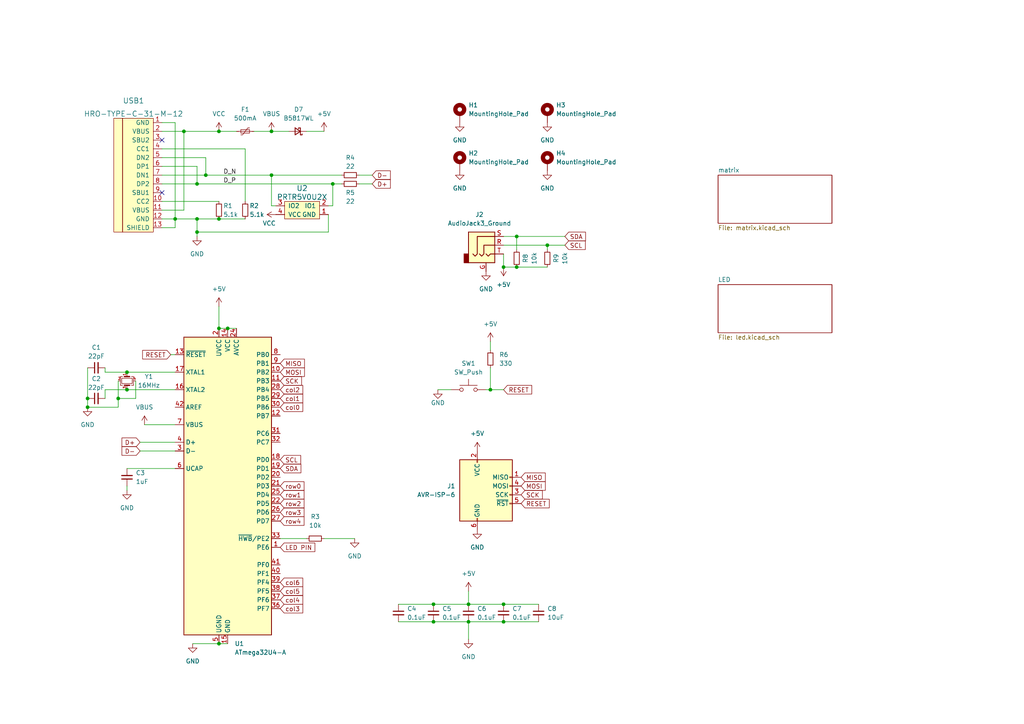
<source format=kicad_sch>
(kicad_sch (version 20211123) (generator eeschema)
  (paper "A4")
  (lib_symbols
    (symbol "Connector:AVR-ISP-6" (pin_names (offset 1.016))
      (property "Reference" "J" (at -6.35 11.43 0))
      (property "Value" "AVR-ISP-6" (at 0 11.43 0))
      (symbol "AVR-ISP-6_0_1"
        (rectangle (start -2.667 -6.858) (end -2.413 -7.62))
        (rectangle (start -2.667 10.16) (end -2.413 9.398))
        (rectangle (start 7.62 -2.413) (end 6.858 -2.667))
        (rectangle (start 7.62 0.127) (end 6.858 -0.127))
        (rectangle (start 7.62 2.667) (end 6.858 2.413))
        (rectangle (start 7.62 5.207) (end 6.858 4.953))
        (rectangle (start 7.62 10.16) (end -7.62 -7.62) (stroke (width 0.254)) (fill (type background)))
      )
      (symbol "AVR-ISP-6_1_1"
        (pin passive line (at 10.16 5.08 180) (length 2.54) (name "MISO") (number "1"))
        (pin passive line (at -2.54 12.7 270) (length 2.54) (name "VCC") (number "2"))
        (pin passive line (at 10.16 0 180) (length 2.54) (name "SCK") (number "3"))
        (pin passive line (at 10.16 2.54 180) (length 2.54) (name "MOSI") (number "4"))
        (pin passive line (at 10.16 -2.54 180) (length 2.54) (name "~{RST}") (number "5"))
        (pin passive line (at -2.54 -10.16 90) (length 2.54) (name "GND") (number "6"))
      )
    )
    (symbol "Connector:AudioJack3_Ground"
      (property "Reference" "J" (at 0 8.89 0))
      (property "Value" "AudioJack3_Ground" (at 0 6.35 0))
      (symbol "AudioJack3_Ground_0_1"
        (rectangle (start -5.08 -2.54) (end -6.35 -5.08) (stroke (width 0.254)) (fill (type outline)))
        (polyline (pts (xy 0 -2.54) (xy 0.635 -3.175) (xy 1.27 -2.54) (xy 2.54 -2.54)) (stroke (width 0.254)))
        (polyline (pts (xy -1.905 -2.54) (xy -1.27 -3.175) (xy -0.635 -2.54) (xy -0.635 0) (xy 2.54 0)) (stroke (width 0.254)))
        (polyline (pts (xy 2.54 2.54) (xy -2.54 2.54) (xy -2.54 -2.54) (xy -3.175 -3.175) (xy -3.81 -2.54)) (stroke (width 0.254)))
        (rectangle (start 2.54 3.81) (end -5.08 -5.08) (stroke (width 0.254)) (fill (type background)))
      )
      (symbol "AudioJack3_Ground_1_1"
        (pin passive line (at 0 -7.62 90) (length 2.54) (name "~") (number "G"))
        (pin passive line (at 5.08 0 180) (length 2.54) (name "~") (number "R"))
        (pin passive line (at 5.08 2.54 180) (length 2.54) (name "~") (number "S"))
        (pin passive line (at 5.08 -2.54 180) (length 2.54) (name "~") (number "T"))
      )
    )
    (symbol "Device:C_Small" (pin_numbers hide) (pin_names (offset 0.254) hide)
      (property "Reference" "C" (at 0.254 1.778 0))
      (property "Value" "C_Small" (at 0.254 -2.032 0))
      (symbol "C_Small_0_1"
        (polyline (pts (xy -1.524 -0.508) (xy 1.524 -0.508)) (stroke (width 0.3302)))
        (polyline (pts (xy -1.524 0.508) (xy 1.524 0.508)) (stroke (width 0.3048)))
      )
      (symbol "C_Small_1_1"
        (pin passive line (at 0 2.54 270) (length 2.032) (name "~") (number "1"))
        (pin passive line (at 0 -2.54 90) (length 2.032) (name "~") (number "2"))
      )
    )
    (symbol "Device:Crystal_GND24_Small" (pin_names (offset 1.016) hide)
      (property "Reference" "Y" (at 1.27 4.445 0))
      (property "Value" "Crystal_GND24_Small" (at 1.27 2.54 0))
      (symbol "Crystal_GND24_Small_0_1"
        (rectangle (start -0.762 -1.524) (end 0.762 1.524))
        (polyline (pts (xy -1.27 -0.762) (xy -1.27 0.762)) (stroke (width 0.381)))
        (polyline (pts (xy 1.27 -0.762) (xy 1.27 0.762)) (stroke (width 0.381)))
        (polyline (pts (xy -1.27 -1.27) (xy -1.27 -1.905) (xy 1.27 -1.905) (xy 1.27 -1.27)))
        (polyline (pts (xy -1.27 1.27) (xy -1.27 1.905) (xy 1.27 1.905) (xy 1.27 1.27)))
      )
      (symbol "Crystal_GND24_Small_1_1"
        (pin passive line (at -2.54 0 0) (length 1.27) (name "1") (number "1"))
        (pin passive line (at 0 -2.54 90) (length 0.635) (name "2") (number "2"))
        (pin passive line (at 2.54 0 180) (length 1.27) (name "3") (number "3"))
        (pin passive line (at 0 2.54 270) (length 0.635) (name "4") (number "4"))
      )
    )
    (symbol "Device:D_Schottky_Small" (pin_numbers hide) (pin_names (offset 0.254) hide)
      (property "Reference" "D" (at -1.27 2.032 0))
      (property "Value" "D_Schottky_Small" (at -7.112 -2.032 0))
      (symbol "D_Schottky_Small_0_1"
        (polyline (pts (xy -0.762 0) (xy 0.762 0)))
        (polyline (pts (xy 0.762 -1.016) (xy -0.762 0) (xy 0.762 1.016) (xy 0.762 -1.016)) (stroke (width 0.254)))
        (polyline (pts (xy -1.27 0.762) (xy -1.27 1.016) (xy -0.762 1.016) (xy -0.762 -1.016) (xy -0.254 -1.016) (xy -0.254 -0.762)) (stroke (width 0.254)))
      )
      (symbol "D_Schottky_Small_1_1"
        (pin passive line (at -2.54 0 0) (length 1.778) (name "K") (number "1"))
        (pin passive line (at 2.54 0 180) (length 1.778) (name "A") (number "2"))
      )
    )
    (symbol "Device:Polyfuse_Small" (pin_numbers hide) (pin_names (offset 0))
      (property "Reference" "F" (at -1.905 0 90))
      (property "Value" "Polyfuse_Small" (at 1.905 0 90))
      (symbol "Polyfuse_Small_0_1"
        (rectangle (start -0.508 1.27) (end 0.508 -1.27))
        (polyline (pts (xy 0 2.54) (xy 0 -2.54)))
        (polyline (pts (xy -1.016 1.27) (xy -1.016 0.762) (xy 1.016 -0.762) (xy 1.016 -1.27)))
      )
      (symbol "Polyfuse_Small_1_1"
        (pin passive line (at 0 2.54 270) (length 0.635) (name "~") (number "1"))
        (pin passive line (at 0 -2.54 90) (length 0.635) (name "~") (number "2"))
      )
    )
    (symbol "Device:R_Small" (pin_numbers hide) (pin_names (offset 0.254) hide)
      (property "Reference" "R" (at 0.762 0.508 0))
      (property "Value" "R_Small" (at 0.762 -1.016 0))
      (symbol "R_Small_0_1"
        (rectangle (start -0.762 1.778) (end 0.762 -1.778) (stroke (width 0.2032)))
      )
      (symbol "R_Small_1_1"
        (pin passive line (at 0 2.54 270) (length 0.762) (name "~") (number "1"))
        (pin passive line (at 0 -2.54 90) (length 0.762) (name "~") (number "2"))
      )
    )
    (symbol "MCU_Microchip_ATmega:ATmega32U4-A"
      (property "Reference" "U" (at -12.7 44.45 0))
      (property "Value" "ATmega32U4-A" (at 2.54 -44.45 0))
      (symbol "ATmega32U4-A_0_1"
        (rectangle (start -12.7 -43.18) (end 12.7 43.18) (stroke (width 0.254)) (fill (type background)))
      )
      (symbol "ATmega32U4-A_1_1"
        (pin bidirectional line (at 15.24 -17.78 180) (length 2.54) (name "PE6") (number "1"))
        (pin bidirectional line (at 15.24 33.02 180) (length 2.54) (name "PB2") (number "10"))
        (pin bidirectional line (at 15.24 30.48 180) (length 2.54) (name "PB3") (number "11"))
        (pin bidirectional line (at 15.24 20.32 180) (length 2.54) (name "PB7") (number "12"))
        (pin input line (at -15.24 38.1 0) (length 2.54) (name "~{RESET}") (number "13"))
        (pin power_in line (at 0 45.72 270) (length 2.54) (name "VCC") (number "14"))
        (pin power_in line (at 0 -45.72 90) (length 2.54) (name "GND") (number "15"))
        (pin output line (at -15.24 27.94 0) (length 2.54) (name "XTAL2") (number "16"))
        (pin input line (at -15.24 33.02 0) (length 2.54) (name "XTAL1") (number "17"))
        (pin bidirectional line (at 15.24 7.62 180) (length 2.54) (name "PD0") (number "18"))
        (pin bidirectional line (at 15.24 5.08 180) (length 2.54) (name "PD1") (number "19"))
        (pin power_in line (at -2.54 45.72 270) (length 2.54) (name "UVCC") (number "2"))
        (pin bidirectional line (at 15.24 2.54 180) (length 2.54) (name "PD2") (number "20"))
        (pin bidirectional line (at 15.24 0 180) (length 2.54) (name "PD3") (number "21"))
        (pin bidirectional line (at 15.24 -5.08 180) (length 2.54) (name "PD5") (number "22"))
        (pin passive line (at 0 -45.72 90) (length 2.54) hide (name "GND") (number "23"))
        (pin power_in line (at 2.54 45.72 270) (length 2.54) (name "AVCC") (number "24"))
        (pin bidirectional line (at 15.24 -2.54 180) (length 2.54) (name "PD4") (number "25"))
        (pin bidirectional line (at 15.24 -7.62 180) (length 2.54) (name "PD6") (number "26"))
        (pin bidirectional line (at 15.24 -10.16 180) (length 2.54) (name "PD7") (number "27"))
        (pin bidirectional line (at 15.24 27.94 180) (length 2.54) (name "PB4") (number "28"))
        (pin bidirectional line (at 15.24 25.4 180) (length 2.54) (name "PB5") (number "29"))
        (pin bidirectional line (at -15.24 10.16 0) (length 2.54) (name "D-") (number "3"))
        (pin bidirectional line (at 15.24 22.86 180) (length 2.54) (name "PB6") (number "30"))
        (pin bidirectional line (at 15.24 15.24 180) (length 2.54) (name "PC6") (number "31"))
        (pin bidirectional line (at 15.24 12.7 180) (length 2.54) (name "PC7") (number "32"))
        (pin bidirectional line (at 15.24 -15.24 180) (length 2.54) (name "~{HWB}/PE2") (number "33"))
        (pin passive line (at 0 45.72 270) (length 2.54) hide (name "VCC") (number "34"))
        (pin passive line (at 0 -45.72 90) (length 2.54) hide (name "GND") (number "35"))
        (pin bidirectional line (at 15.24 -35.56 180) (length 2.54) (name "PF7") (number "36"))
        (pin bidirectional line (at 15.24 -33.02 180) (length 2.54) (name "PF6") (number "37"))
        (pin bidirectional line (at 15.24 -30.48 180) (length 2.54) (name "PF5") (number "38"))
        (pin bidirectional line (at 15.24 -27.94 180) (length 2.54) (name "PF4") (number "39"))
        (pin bidirectional line (at -15.24 12.7 0) (length 2.54) (name "D+") (number "4"))
        (pin bidirectional line (at 15.24 -25.4 180) (length 2.54) (name "PF1") (number "40"))
        (pin bidirectional line (at 15.24 -22.86 180) (length 2.54) (name "PF0") (number "41"))
        (pin passive line (at -15.24 22.86 0) (length 2.54) (name "AREF") (number "42"))
        (pin passive line (at 0 -45.72 90) (length 2.54) hide (name "GND") (number "43"))
        (pin passive line (at 2.54 45.72 270) (length 2.54) hide (name "AVCC") (number "44"))
        (pin passive line (at -2.54 -45.72 90) (length 2.54) (name "UGND") (number "5"))
        (pin passive line (at -15.24 5.08 0) (length 2.54) (name "UCAP") (number "6"))
        (pin input line (at -15.24 17.78 0) (length 2.54) (name "VBUS") (number "7"))
        (pin bidirectional line (at 15.24 38.1 180) (length 2.54) (name "PB0") (number "8"))
        (pin bidirectional line (at 15.24 35.56 180) (length 2.54) (name "PB1") (number "9"))
      )
    )
    (symbol "Mechanical:MountingHole_Pad" (pin_numbers hide) (pin_names (offset 1.016) hide)
      (property "Reference" "H" (at 0 6.35 0))
      (property "Value" "MountingHole_Pad" (at 0 4.445 0))
      (symbol "MountingHole_Pad_0_1"
        (circle (center 0 1.27) (radius 1.27) (stroke (width 1.27)))
      )
      (symbol "MountingHole_Pad_1_1"
        (pin input line (at 0 -2.54 90) (length 2.54) (name "1") (number "1"))
      )
    )
    (symbol "Switch:SW_Push" (pin_numbers hide) (pin_names (offset 1.016) hide)
      (property "Reference" "SW" (at 1.27 2.54 0))
      (property "Value" "SW_Push" (at 0 -1.524 0))
      (symbol "SW_Push_0_1"
        (circle (center -2.032 0) (radius 0.508))
        (polyline (pts (xy 0 1.27) (xy 0 3.048)))
        (polyline (pts (xy 2.54 1.27) (xy -2.54 1.27)))
        (circle (center 2.032 0) (radius 0.508))
        (pin passive line (at -5.08 0 0) (length 2.54) (name "1") (number "1"))
        (pin passive line (at 5.08 0 180) (length 2.54) (name "2") (number "2"))
      )
    )
    (symbol "Type-C:HRO-TYPE-C-31-M-12" (pin_names (offset 1.016))
      (property "Reference" "USB" (at -5.08 16.51 0))
      (property "Value" "HRO-TYPE-C-31-M-12" (at -10.16 -1.27 90))
      (symbol "HRO-TYPE-C-31-M-12_0_1"
        (rectangle (start -11.43 15.24) (end -8.89 -17.78) (fill (type background)))
        (rectangle (start 0 -17.78) (end -8.89 15.24) (fill (type background)))
      )
      (symbol "HRO-TYPE-C-31-M-12_1_1"
        (pin input line (at 2.54 13.97 180) (length 2.54) (name "GND") (number "1"))
        (pin input line (at 2.54 -8.89 180) (length 2.54) (name "CC2") (number "10"))
        (pin input line (at 2.54 -11.43 180) (length 2.54) (name "VBUS") (number "11"))
        (pin input line (at 2.54 -13.97 180) (length 2.54) (name "GND") (number "12"))
        (pin input line (at 2.54 -16.51 180) (length 2.54) (name "SHIELD") (number "13"))
        (pin input line (at 2.54 11.43 180) (length 2.54) (name "VBUS") (number "2"))
        (pin input line (at 2.54 8.89 180) (length 2.54) (name "SBU2") (number "3"))
        (pin input line (at 2.54 6.35 180) (length 2.54) (name "CC1") (number "4"))
        (pin input line (at 2.54 3.81 180) (length 2.54) (name "DN2") (number "5"))
        (pin input line (at 2.54 1.27 180) (length 2.54) (name "DP1") (number "6"))
        (pin input line (at 2.54 -1.27 180) (length 2.54) (name "DN1") (number "7"))
        (pin input line (at 2.54 -3.81 180) (length 2.54) (name "DP2") (number "8"))
        (pin input line (at 2.54 -6.35 180) (length 2.54) (name "SBU1") (number "9"))
      )
    )
    (symbol "power:+5V" (power) (pin_names (offset 0))
      (property "Value" "+5V" (at 0 3.556 0))
      (symbol "+5V_0_1"
        (polyline (pts (xy -0.762 1.27) (xy 0 2.54)))
        (polyline (pts (xy 0 0) (xy 0 2.54)))
        (polyline (pts (xy 0 2.54) (xy 0.762 1.27)))
      )
      (symbol "+5V_1_1"
        (pin power_in line (at 0 0 90) (length 0) hide (name "+5V") (number "1"))
      )
    )
    (symbol "power:GND" (power) (pin_names (offset 0))
      (property "Value" "GND" (at 0 -3.81 0))
      (symbol "GND_0_1"
        (polyline (pts (xy 0 0) (xy 0 -1.27) (xy 1.27 -1.27) (xy 0 -2.54) (xy -1.27 -1.27) (xy 0 -1.27)))
      )
      (symbol "GND_1_1"
        (pin power_in line (at 0 0 270) (length 0) hide (name "GND") (number "1"))
      )
    )
    (symbol "power:VBUS" (power) (pin_names (offset 0))
      (property "Value" "VBUS" (at 0 3.81 0))
      (symbol "VBUS_0_1"
        (polyline (pts (xy -0.762 1.27) (xy 0 2.54)))
        (polyline (pts (xy 0 0) (xy 0 2.54)))
        (polyline (pts (xy 0 2.54) (xy 0.762 1.27)))
      )
      (symbol "VBUS_1_1"
        (pin power_in line (at 0 0 90) (length 0) hide (name "VBUS") (number "1"))
      )
    )
    (symbol "power:VCC" (power) (pin_names (offset 0))
      (property "Value" "VCC" (at 0 3.81 0))
      (symbol "VCC_0_1"
        (polyline (pts (xy -0.762 1.27) (xy 0 2.54)))
        (polyline (pts (xy 0 0) (xy 0 2.54)))
        (polyline (pts (xy 0 2.54) (xy 0.762 1.27)))
      )
      (symbol "VCC_1_1"
        (pin power_in line (at 0 0 90) (length 0) hide (name "VCC") (number "1"))
      )
    )
    (symbol "random-keyboard-parts:PRTR5V0U2X" (pin_names (offset 1.016))
      (property "Reference" "U" (at 0 3.81 0))
      (property "Value" "PRTR5V0U2X" (at 0 -3.81 0))
      (symbol "PRTR5V0U2X_0_1"
        (rectangle (start -5.08 2.54) (end 5.08 -2.54) (fill (type background)))
      )
      (symbol "PRTR5V0U2X_1_1"
        (pin input line (at -7.62 1.27 0) (length 2.54) (name "GND") (number "1"))
        (pin input line (at -7.62 -1.27 0) (length 2.54) (name "IO1") (number "2"))
        (pin input line (at 7.62 -1.27 180) (length 2.54) (name "IO2") (number "3"))
        (pin input line (at 7.62 1.27 180) (length 2.54) (name "VCC") (number "4"))
      )
    )
  )
  (junction (at 146.05 180.34))
  (junction (at 96.52 53.34))
  (junction (at 50.8 63.5))
  (junction (at 34.29 115.57))
  (junction (at 53.34 38.1))
  (junction (at 36.83 113.03))
  (junction (at 59.69 50.8))
  (junction (at 146.05 77.47))
  (junction (at 142.24 113.03))
  (junction (at 36.83 107.95))
  (junction (at 63.5 63.5))
  (junction (at 57.15 53.34))
  (junction (at 135.89 180.34))
  (junction (at 146.05 175.26))
  (junction (at 57.15 67.31))
  (junction (at 125.73 175.26))
  (junction (at 78.74 38.1))
  (junction (at 78.74 50.8))
  (junction (at 66.04 95.25))
  (junction (at 25.4 115.57))
  (junction (at 125.73 180.34))
  (junction (at 135.89 175.26))
  (junction (at 149.86 77.47))
  (junction (at 25.4 118.11))
  (junction (at 149.86 68.58))
  (junction (at 158.75 71.12))
  (junction (at 63.5 95.25))
  (junction (at 57.15 63.5))
  (junction (at 63.5 186.69))
  (junction (at 63.5 38.1))
  (no_connect (at 46.99 40.64))
  (no_connect (at 46.99 55.88))
  (wire (pts (xy 125.73 175.26) (xy 135.89 175.26)))
  (wire (pts (xy 46.99 63.5) (xy 50.8 63.5)))
  (wire (pts (xy 39.37 110.49) (xy 39.37 115.57)))
  (wire (pts (xy 46.99 48.26) (xy 57.15 48.26)))
  (wire (pts (xy 53.34 38.1) (xy 53.34 60.96)))
  (wire (pts (xy 78.74 50.8) (xy 99.06 50.8)))
  (wire (pts (xy 55.88 186.69) (xy 63.5 186.69)))
  (wire (pts (xy 36.83 113.03) (xy 50.8 113.03)))
  (wire (pts (xy 149.86 68.58) (xy 149.86 72.39)))
  (wire (pts (xy 46.99 35.56) (xy 50.8 35.56)))
  (wire (pts (xy 146.05 68.58) (xy 149.86 68.58)))
  (wire (pts (xy 50.8 63.5) (xy 57.15 63.5)))
  (wire (pts (xy 104.14 50.8) (xy 107.95 50.8)))
  (wire (pts (xy 93.98 156.21) (xy 102.87 156.21)))
  (wire (pts (xy 46.99 60.96) (xy 53.34 60.96)))
  (wire (pts (xy 46.99 53.34) (xy 57.15 53.34)))
  (wire (pts (xy 142.24 99.06) (xy 142.24 101.6)))
  (wire (pts (xy 142.24 113.03) (xy 146.05 113.03)))
  (wire (pts (xy 149.86 68.58) (xy 163.83 68.58)))
  (wire (pts (xy 63.5 38.1) (xy 68.58 38.1)))
  (wire (pts (xy 57.15 63.5) (xy 63.5 63.5)))
  (wire (pts (xy 125.73 180.34) (xy 135.89 180.34)))
  (wire (pts (xy 142.24 106.68) (xy 142.24 113.03)))
  (wire (pts (xy 88.9 38.1) (xy 93.98 38.1)))
  (wire (pts (xy 115.57 180.34) (xy 125.73 180.34)))
  (wire (pts (xy 57.15 48.26) (xy 57.15 53.34)))
  (wire (pts (xy 41.91 123.19) (xy 50.8 123.19)))
  (wire (pts (xy 57.15 53.34) (xy 96.52 53.34)))
  (wire (pts (xy 146.05 77.47) (xy 149.86 77.47)))
  (wire (pts (xy 59.69 50.8) (xy 78.74 50.8)))
  (wire (pts (xy 135.89 180.34) (xy 146.05 180.34)))
  (wire (pts (xy 53.34 38.1) (xy 63.5 38.1)))
  (wire (pts (xy 135.89 171.45) (xy 135.89 175.26)))
  (wire (pts (xy 57.15 68.58) (xy 57.15 67.31)))
  (wire (pts (xy 46.99 38.1) (xy 53.34 38.1)))
  (wire (pts (xy 40.64 130.81) (xy 50.8 130.81)))
  (wire (pts (xy 66.04 95.25) (xy 68.58 95.25)))
  (wire (pts (xy 63.5 63.5) (xy 71.12 63.5)))
  (wire (pts (xy 78.74 38.1) (xy 83.82 38.1)))
  (wire (pts (xy 104.14 53.34) (xy 107.95 53.34)))
  (wire (pts (xy 95.25 62.23) (xy 95.25 67.31)))
  (wire (pts (xy 25.4 115.57) (xy 25.4 118.11)))
  (wire (pts (xy 146.05 71.12) (xy 158.75 71.12)))
  (wire (pts (xy 49.53 102.87) (xy 50.8 102.87)))
  (wire (pts (xy 46.99 43.18) (xy 71.12 43.18)))
  (wire (pts (xy 46.99 66.04) (xy 50.8 66.04)))
  (wire (pts (xy 30.48 106.68) (xy 30.48 107.95)))
  (wire (pts (xy 40.64 128.27) (xy 50.8 128.27)))
  (wire (pts (xy 46.99 58.42) (xy 63.5 58.42)))
  (wire (pts (xy 146.05 175.26) (xy 156.21 175.26)))
  (wire (pts (xy 78.74 59.69) (xy 78.74 50.8)))
  (wire (pts (xy 135.89 180.34) (xy 135.89 185.42)))
  (wire (pts (xy 46.99 45.72) (xy 59.69 45.72)))
  (wire (pts (xy 146.05 73.66) (xy 146.05 77.47)))
  (wire (pts (xy 146.05 180.34) (xy 156.21 180.34)))
  (wire (pts (xy 149.86 77.47) (xy 158.75 77.47)))
  (wire (pts (xy 95.25 67.31) (xy 57.15 67.31)))
  (wire (pts (xy 39.37 115.57) (xy 34.29 115.57)))
  (wire (pts (xy 34.29 110.49) (xy 34.29 115.57)))
  (wire (pts (xy 73.66 38.1) (xy 78.74 38.1)))
  (wire (pts (xy 30.48 107.95) (xy 36.83 107.95)))
  (wire (pts (xy 71.12 43.18) (xy 71.12 58.42)))
  (wire (pts (xy 36.83 142.24) (xy 36.83 140.97)))
  (wire (pts (xy 63.5 186.69) (xy 66.04 186.69)))
  (wire (pts (xy 135.89 175.26) (xy 146.05 175.26)))
  (wire (pts (xy 46.99 50.8) (xy 59.69 50.8)))
  (wire (pts (xy 127 113.03) (xy 130.81 113.03)))
  (wire (pts (xy 36.83 113.03) (xy 30.48 113.03)))
  (wire (pts (xy 36.83 135.89) (xy 50.8 135.89)))
  (wire (pts (xy 63.5 95.25) (xy 66.04 95.25)))
  (wire (pts (xy 81.28 156.21) (xy 88.9 156.21)))
  (wire (pts (xy 50.8 35.56) (xy 50.8 63.5)))
  (wire (pts (xy 115.57 175.26) (xy 125.73 175.26)))
  (wire (pts (xy 59.69 45.72) (xy 59.69 50.8)))
  (wire (pts (xy 36.83 107.95) (xy 50.8 107.95)))
  (wire (pts (xy 95.25 59.69) (xy 96.52 59.69)))
  (wire (pts (xy 158.75 71.12) (xy 163.83 71.12)))
  (wire (pts (xy 25.4 106.68) (xy 25.4 115.57)))
  (wire (pts (xy 50.8 66.04) (xy 50.8 63.5)))
  (wire (pts (xy 140.97 113.03) (xy 142.24 113.03)))
  (wire (pts (xy 96.52 59.69) (xy 96.52 53.34)))
  (wire (pts (xy 34.29 118.11) (xy 25.4 118.11)))
  (wire (pts (xy 80.01 59.69) (xy 78.74 59.69)))
  (wire (pts (xy 30.48 113.03) (xy 30.48 115.57)))
  (wire (pts (xy 96.52 53.34) (xy 99.06 53.34)))
  (wire (pts (xy 158.75 71.12) (xy 158.75 72.39)))
  (wire (pts (xy 57.15 67.31) (xy 57.15 63.5)))
  (wire (pts (xy 63.5 88.9) (xy 63.5 95.25)))
  (wire (pts (xy 34.29 115.57) (xy 34.29 118.11)))
  (label "D_N" (at 64.77 50.8 0))
  (label "D_P" (at 64.77 53.34 0))
  (global_label "RESET" (shape input) (at 151.13 146.05 0) (property "Intersheet References" "${INTERSHEET_REFS}" (effects hide)))
  (global_label "MOSI" (shape input) (at 81.28 107.95 0) (property "Intersheet References" "${INTERSHEET_REFS}" (effects hide)))
  (global_label "MISO" (shape input) (at 81.28 105.41 0) (property "Intersheet References" "${INTERSHEET_REFS}" (effects hide)))
  (global_label "col4" (shape input) (at 81.28 173.99 0) (property "Intersheet References" "${INTERSHEET_REFS}" (effects hide)))
  (global_label "row2" (shape input) (at 81.28 146.05 0) (property "Intersheet References" "${INTERSHEET_REFS}" (effects hide)))
  (global_label "RESET" (shape input) (at 49.53 102.87 180) (property "Intersheet References" "${INTERSHEET_REFS}" (effects hide)))
  (global_label "col2" (shape input) (at 81.28 113.03 0) (property "Intersheet References" "${INTERSHEET_REFS}" (effects hide)))
  (global_label "D+" (shape input) (at 40.64 128.27 180) (property "Intersheet References" "${INTERSHEET_REFS}" (effects hide)))
  (global_label "col0" (shape input) (at 81.28 118.11 0) (property "Intersheet References" "${INTERSHEET_REFS}" (effects hide)))
  (global_label "MISO" (shape input) (at 151.13 138.43 0) (property "Intersheet References" "${INTERSHEET_REFS}" (effects hide)))
  (global_label "SCK" (shape input) (at 81.28 110.49 0) (property "Intersheet References" "${INTERSHEET_REFS}" (effects hide)))
  (global_label "D-" (shape input) (at 40.64 130.81 180) (property "Intersheet References" "${INTERSHEET_REFS}" (effects hide)))
  (global_label "D-" (shape input) (at 107.95 50.8 0) (property "Intersheet References" "${INTERSHEET_REFS}" (effects hide)))
  (global_label "RESET" (shape input) (at 146.05 113.03 0) (property "Intersheet References" "${INTERSHEET_REFS}" (effects hide)))
  (global_label "row3" (shape input) (at 81.28 148.59 0) (property "Intersheet References" "${INTERSHEET_REFS}" (effects hide)))
  (global_label "row4" (shape input) (at 81.28 151.13 0) (property "Intersheet References" "${INTERSHEET_REFS}" (effects hide)))
  (global_label "col5" (shape input) (at 81.28 171.45 0) (property "Intersheet References" "${INTERSHEET_REFS}" (effects hide)))
  (global_label "LED PIN" (shape input) (at 81.28 158.75 0) (property "Intersheet References" "${INTERSHEET_REFS}" (effects hide)))
  (global_label "MOSI" (shape input) (at 151.13 140.97 0) (property "Intersheet References" "${INTERSHEET_REFS}" (effects hide)))
  (global_label "SDA" (shape input) (at 163.83 68.58 0) (property "Intersheet References" "${INTERSHEET_REFS}" (effects hide)))
  (global_label "row1" (shape input) (at 81.28 143.51 0) (property "Intersheet References" "${INTERSHEET_REFS}" (effects hide)))
  (global_label "col6" (shape input) (at 81.28 168.91 0) (property "Intersheet References" "${INTERSHEET_REFS}" (effects hide)))
  (global_label "row0" (shape input) (at 81.28 140.97 0) (property "Intersheet References" "${INTERSHEET_REFS}" (effects hide)))
  (global_label "col3" (shape input) (at 81.28 176.53 0) (property "Intersheet References" "${INTERSHEET_REFS}" (effects hide)))
  (global_label "SCK" (shape input) (at 151.13 143.51 0) (property "Intersheet References" "${INTERSHEET_REFS}" (effects hide)))
  (global_label "D+" (shape input) (at 107.95 53.34 0) (property "Intersheet References" "${INTERSHEET_REFS}" (effects hide)))
  (global_label "SDA" (shape input) (at 81.28 135.89 0) (property "Intersheet References" "${INTERSHEET_REFS}" (effects hide)))
  (global_label "col1" (shape input) (at 81.28 115.57 0) (property "Intersheet References" "${INTERSHEET_REFS}" (effects hide)))
  (global_label "SCL" (shape input) (at 163.83 71.12 0) (property "Intersheet References" "${INTERSHEET_REFS}" (effects hide)))
  (global_label "SCL" (shape input) (at 81.28 133.35 0) (property "Intersheet References" "${INTERSHEET_REFS}" (effects hide)))
  (symbol (lib_id "power:GND") (at 127 113.03 0) (unit 1)
    (property "Reference" "#PWR0113" (effects hide))
    (property "Value" "GND" (at 127 116.84 0))
  )
  (symbol (lib_id "power:+5V") (at 135.89 171.45 0) (unit 1)
    (property "Reference" "#PWR0111" (effects hide))
    (property "Value" "+5V" (at 135.89 166.37 0))
  )
  (symbol (lib_id "power:GND") (at 133.35 35.56 0) (unit 1)
    (property "Reference" "#PWR071" (effects hide))
    (property "Value" "GND" (at 133.35 40.64 0))
  )
  (symbol (lib_id "Device:C_Small") (at 125.73 177.8 0) (unit 1)
    (property "Reference" "C5" (at 128.27 176.5362 0) (effects (justify left)))
    (property "Value" "0.1uF" (at 128.27 179.0762 0) (effects (justify left)))
    (property "Footprint" "Capacitor_SMD:C_0805_2012Metric_Pad1.18x1.45mm_HandSolder" (effects hide))
  )
  (symbol (lib_id "power:GND") (at 140.97 78.74 0) (unit 1)
    (property "Reference" "#PWR0117" (effects hide))
    (property "Value" "GND" (at 140.97 83.82 0))
  )
  (symbol (lib_id "power:VCC") (at 80.01 62.23 90) (unit 1)
    (property "Reference" "#PWR0106" (effects hide))
    (property "Value" "VCC" (at 80.01 64.77 90) (effects (justify left)))
  )
  (symbol (lib_id "power:VBUS") (at 78.74 38.1 0) (unit 1)
    (property "Reference" "#PWR?" (effects hide))
    (property "Value" "VBUS" (at 78.74 33.02 0))
  )
  (symbol (lib_id "Mechanical:MountingHole_Pad") (at 133.35 33.02 0) (unit 1)
    (property "Reference" "H1" (at 135.89 30.4799 0) (effects (justify left)))
    (property "Value" "MountingHole_Pad" (at 135.89 33.0199 0) (effects (justify left)))
    (property "Footprint" "random-keyboard-parts:Generic-Mounthole" (effects hide))
  )
  (symbol (lib_id "Type-C:HRO-TYPE-C-31-M-12") (at 44.45 49.53 0) (unit 1)
    (property "Reference" "USB1" (at 38.735 29.21 0) (effects (font (size 1.524 1.524))))
    (property "Value" "HRO-TYPE-C-31-M-12" (at 38.735 33.02 0) (effects (font (size 1.524 1.524))))
    (property "Footprint" "assets:HRO-TYPE-C-31-M-12-HandSoldering-Reversible" (effects hide))
  )
  (symbol (lib_id "Connector:AudioJack3_Ground") (at 140.97 71.12 0) (unit 1)
    (property "Reference" "J2" (at 139.065 62.23 0))
    (property "Value" "AudioJack3_Ground" (at 139.065 64.77 0))
    (property "Footprint" "assets:PJ-3200B-4A-Reversible-Mini" (effects hide))
  )
  (symbol (lib_id "power:+5V") (at 138.43 130.81 0) (unit 1)
    (property "Reference" "#PWR0114" (effects hide))
    (property "Value" "+5V" (at 138.43 125.73 0))
  )
  (symbol (lib_id "Device:R_Small") (at 101.6 50.8 90) (unit 1)
    (property "Reference" "R4" (at 101.6 45.72 90))
    (property "Value" "22" (at 101.6 48.26 90))
    (property "Footprint" "Resistor_SMD:R_0805_2012Metric_Pad1.20x1.40mm_HandSolder" (effects hide))
  )
  (symbol (lib_id "power:GND") (at 55.88 186.69 0) (unit 1)
    (property "Reference" "#PWR0102" (effects hide))
    (property "Value" "GND" (at 55.88 191.77 0))
  )
  (symbol (lib_id "power:VBUS") (at 41.91 123.19 0) (unit 1)
    (property "Reference" "#PWR?" (effects hide))
    (property "Value" "VBUS" (at 41.91 118.11 0))
  )
  (symbol (lib_id "MCU_Microchip_ATmega:ATmega32U4-A") (at 66.04 140.97 0) (unit 1)
    (property "Reference" "U1" (at 68.0594 186.69 0) (effects (justify left)))
    (property "Value" "ATmega32U4-A" (at 68.0594 189.23 0) (effects (justify left)))
    (property "Footprint" "Package_QFP:TQFP-44_10x10mm_P0.8mm" (effects hide))
    (property "Datasheet" "http://ww1.microchip.com/downloads/en/DeviceDoc/Atmel-7766-8-bit-AVR-ATmega16U4-32U4_Datasheet.pdf" (effects hide))
  )
  (symbol (lib_id "Device:C_Small") (at 27.94 115.57 90) (unit 1)
    (property "Reference" "C2" (at 27.933 109.8606 90))
    (property "Value" "22pF" (at 27.933 112.4006 90))
    (property "Footprint" "Capacitor_SMD:C_0805_2012Metric_Pad1.18x1.45mm_HandSolder" (effects hide))
  )
  (symbol (lib_id "power:VCC") (at 63.5 38.1 0) (unit 1)
    (property "Reference" "#PWR0105" (effects hide))
    (property "Value" "VCC" (at 63.5 33.02 0))
  )
  (symbol (lib_id "power:+5V") (at 146.05 77.47 180) (unit 1)
    (property "Reference" "#PWR0118" (effects hide))
    (property "Value" "+5V" (at 146.05 82.55 0))
  )
  (symbol (lib_id "power:GND") (at 102.87 156.21 0) (unit 1)
    (property "Reference" "#PWR0110" (effects hide))
    (property "Value" "GND" (at 102.87 161.29 0))
  )
  (symbol (lib_id "Device:C_Small") (at 135.89 177.8 0) (unit 1)
    (property "Reference" "C6" (at 138.43 176.5362 0) (effects (justify left)))
    (property "Value" "0.1uF" (at 138.43 179.0762 0) (effects (justify left)))
    (property "Footprint" "Capacitor_SMD:C_0805_2012Metric_Pad1.18x1.45mm_HandSolder" (effects hide))
  )
  (symbol (lib_id "power:GND") (at 133.35 49.53 0) (unit 1)
    (property "Reference" "#PWR072" (effects hide))
    (property "Value" "GND" (at 133.35 54.61 0))
  )
  (symbol (lib_id "Device:C_Small") (at 156.21 177.8 0) (unit 1)
    (property "Reference" "C8" (at 158.75 176.5362 0) (effects (justify left)))
    (property "Value" "10uF" (at 158.75 179.0762 0) (effects (justify left)))
    (property "Footprint" "Capacitor_SMD:C_0805_2012Metric_Pad1.18x1.45mm_HandSolder" (effects hide))
  )
  (symbol (lib_id "Mechanical:MountingHole_Pad") (at 158.75 46.99 0) (unit 1)
    (property "Reference" "H4" (at 161.29 44.4499 0) (effects (justify left)))
    (property "Value" "MountingHole_Pad" (at 161.29 46.9899 0) (effects (justify left)))
    (property "Footprint" "random-keyboard-parts:Generic-Mounthole" (effects hide))
  )
  (symbol (lib_id "Device:C_Small") (at 146.05 177.8 0) (unit 1)
    (property "Reference" "C7" (at 148.59 176.5362 0) (effects (justify left)))
    (property "Value" "0.1uF" (at 148.59 179.0762 0) (effects (justify left)))
    (property "Footprint" "Capacitor_SMD:C_0805_2012Metric_Pad1.18x1.45mm_HandSolder" (effects hide))
  )
  (symbol (lib_id "power:GND") (at 25.4 118.11 0) (unit 1)
    (property "Reference" "#PWR0101" (effects hide))
    (property "Value" "GND" (at 25.4 123.19 0))
  )
  (symbol (lib_id "power:GND") (at 138.43 153.67 0) (unit 1)
    (property "Reference" "#PWR0112" (effects hide))
    (property "Value" "GND" (at 138.43 158.75 0))
  )
  (symbol (lib_id "power:+5V") (at 63.5 88.9 0) (unit 1)
    (property "Reference" "#PWR0109" (effects hide))
    (property "Value" "+5V" (at 63.5 83.82 0))
  )
  (symbol (lib_id "power:GND") (at 158.75 49.53 0) (unit 1)
    (property "Reference" "#PWR0104" (effects hide))
    (property "Value" "GND" (at 158.75 54.61 0))
  )
  (symbol (lib_id "Device:R_Small") (at 142.24 104.14 0) (unit 1)
    (property "Reference" "R6" (at 144.78 102.8699 0) (effects (justify left)))
    (property "Value" "330" (at 144.78 105.4099 0) (effects (justify left)))
    (property "Footprint" "Resistor_SMD:R_0805_2012Metric_Pad1.20x1.40mm_HandSolder" (effects hide))
  )
  (symbol (lib_id "power:+5V") (at 93.98 38.1 0) (unit 1)
    (property "Reference" "#PWR0107" (effects hide))
    (property "Value" "+5V" (at 93.98 33.02 0))
  )
  (symbol (lib_id "Device:C_Small") (at 27.94 106.68 90) (unit 1)
    (property "Reference" "C1" (at 27.933 100.7753 90))
    (property "Value" "22pF" (at 27.933 103.3153 90))
    (property "Footprint" "Capacitor_SMD:C_0805_2012Metric_Pad1.18x1.45mm_HandSolder" (effects hide))
  )
  (symbol (lib_id "power:GND") (at 158.75 35.56 0) (unit 1)
    (property "Reference" "#PWR0119" (effects hide))
    (property "Value" "GND" (at 158.75 40.64 0))
  )
  (symbol (lib_id "Mechanical:MountingHole_Pad") (at 158.75 33.02 0) (unit 1)
    (property "Reference" "H3" (at 161.29 30.4799 0) (effects (justify left)))
    (property "Value" "MountingHole_Pad" (at 161.29 33.0199 0) (effects (justify left)))
    (property "Footprint" "random-keyboard-parts:Generic-Mounthole" (effects hide))
  )
  (symbol (lib_id "power:GND") (at 135.89 185.42 0) (unit 1)
    (property "Reference" "#PWR0116" (effects hide))
    (property "Value" "GND" (at 135.89 190.5 0))
  )
  (symbol (lib_id "Device:R_Small") (at 101.6 53.34 90) (unit 1)
    (property "Reference" "R5" (at 101.6 55.88 90))
    (property "Value" "22" (at 101.6 58.42 90))
    (property "Footprint" "Resistor_SMD:R_0805_2012Metric_Pad1.20x1.40mm_HandSolder" (effects hide))
  )
  (symbol (lib_id "Device:C_Small") (at 36.83 138.43 180) (unit 1)
    (property "Reference" "C3" (at 39.37 137.1535 0) (effects (justify right)))
    (property "Value" "1uF" (at 39.37 139.6935 0) (effects (justify right)))
    (property "Footprint" "Capacitor_SMD:C_0805_2012Metric_Pad1.18x1.45mm_HandSolder" (effects hide))
  )
  (symbol (lib_id "Device:C_Small") (at 115.57 177.8 0) (unit 1)
    (property "Reference" "C4" (at 118.11 176.5362 0) (effects (justify left)))
    (property "Value" "0.1uF" (at 118.11 179.0762 0) (effects (justify left)))
    (property "Footprint" "Capacitor_SMD:C_0805_2012Metric_Pad1.18x1.45mm_HandSolder" (effects hide))
  )
  (symbol (lib_id "power:GND") (at 36.83 142.24 0) (unit 1)
    (property "Reference" "#PWR0103" (effects hide))
    (property "Value" "GND" (at 36.83 147.32 0))
  )
  (symbol (lib_id "Device:Polyfuse_Small") (at 71.12 38.1 90) (unit 1)
    (property "Reference" "F1" (at 71.12 31.75 90))
    (property "Value" "500mA" (at 71.12 34.29 90))
    (property "Footprint" "Fuse:Fuse_1206_3216Metric_Pad1.42x1.75mm_HandSolder" (effects hide))
  )
  (symbol (lib_id "Device:R_Small") (at 149.86 74.93 0) (unit 1)
    (property "Reference" "R8" (at 152.4 74.93 90))
    (property "Value" "10k" (at 154.94 74.93 90))
    (property "Footprint" "Resistor_SMD:R_0805_2012Metric_Pad1.20x1.40mm_HandSolder" (effects hide))
  )
  (symbol (lib_id "power:GND") (at 57.15 68.58 0) (unit 1)
    (property "Reference" "#PWR0108" (effects hide))
    (property "Value" "GND" (at 57.15 73.66 0))
  )
  (symbol (lib_id "Device:R_Small") (at 63.5 60.96 0) (unit 1)
    (property "Reference" "R1" (at 64.77 59.69 0) (effects (justify left)))
    (property "Value" "5.1k" (at 64.77 62.23 0) (effects (justify left)))
    (property "Footprint" "Resistor_SMD:R_0805_2012Metric_Pad1.20x1.40mm_HandSolder" (effects hide))
  )
  (symbol (lib_id "Device:Crystal_GND24_Small") (at 36.83 110.49 270) (unit 1)
    (property "Reference" "Y1" (at 43.18 109.22 90))
    (property "Value" "16MHz" (at 43.18 111.76 90))
    (property "Footprint" "Crystal:Crystal_SMD_3225-4Pin_3.2x2.5mm_HandSoldering" (effects hide))
  )
  (symbol (lib_id "Connector:AVR-ISP-6") (at 140.97 143.51 0) (unit 1)
    (property "Reference" "J1" (at 132.08 140.9699 0) (effects (justify right)))
    (property "Value" "AVR-ISP-6" (at 132.08 143.5099 0) (effects (justify right)))
    (property "Footprint" "random-keyboard-parts:Reset_Pretty" (effects hide))
    (property "Datasheet" " ~" (effects hide))
  )
  (symbol (lib_id "Device:R_Small") (at 158.75 74.93 180) (unit 1)
    (property "Reference" "R9" (at 161.29 74.93 90))
    (property "Value" "10k" (at 163.83 74.93 90))
    (property "Footprint" "Resistor_SMD:R_0805_2012Metric_Pad1.20x1.40mm_HandSolder" (effects hide))
  )
  (symbol (lib_id "Mechanical:MountingHole_Pad") (at 133.35 46.99 0) (unit 1)
    (property "Reference" "H2" (at 135.89 44.4499 0) (effects (justify left)))
    (property "Value" "MountingHole_Pad" (at 135.89 46.9899 0) (effects (justify left)))
    (property "Footprint" "random-keyboard-parts:Generic-Mounthole" (effects hide))
  )
  (symbol (lib_id "power:+5V") (at 142.24 99.06 0) (unit 1)
    (property "Reference" "#PWR0115" (effects hide))
    (property "Value" "+5V" (at 142.24 93.98 0))
  )
  (symbol (lib_id "random-keyboard-parts:PRTR5V0U2X") (at 87.63 60.96 180) (unit 1)
    (property "Reference" "U2" (at 87.63 54.61 0) (effects (font (size 1.524 1.524))))
    (property "Value" "PRTR5V0U2X" (at 87.63 57.15 0) (effects (font (size 1.524 1.524))))
    (property "Footprint" "random-keyboard-parts:SOT143B" (effects hide))
  )
  (symbol (lib_id "Device:D_Schottky_Small") (at 86.36 38.1 180) (unit 1)
    (property "Reference" "D7" (at 86.614 31.75 0))
    (property "Value" "B5817WL" (at 86.614 34.29 0))
    (property "Footprint" "Diode_SMD:D_SOD-123F" (effects hide))
  )
  (symbol (lib_id "Device:R_Small") (at 71.12 60.96 0) (unit 1)
    (property "Reference" "R2" (at 72.39 59.69 0) (effects (justify left)))
    (property "Value" "5.1k" (at 72.39 62.23 0) (effects (justify left)))
    (property "Footprint" "Resistor_SMD:R_0805_2012Metric_Pad1.20x1.40mm_HandSolder" (effects hide))
  )
  (symbol (lib_id "Device:R_Small") (at 91.44 156.21 90) (unit 1)
    (property "Reference" "R3" (at 91.44 149.86 90))
    (property "Value" "10k" (at 91.44 152.4 90))
    (property "Footprint" "Resistor_SMD:R_0805_2012Metric_Pad1.20x1.40mm_HandSolder" (effects hide))
  )
  (symbol (lib_id "Switch:SW_Push") (at 135.89 113.03 0) (unit 1)
    (property "Reference" "SW1" (at 135.89 105.41 0))
    (property "Value" "SW_Push" (at 135.89 107.95 0))
    (property "Footprint" "assets:SW_SPST_SKQG_WithStem_Reversible" (effects hide))
  )
  (sheet (at 208.28 50.8) (size 33.02 13.97) (stroke (width 0.1524))
    (property "Sheet name" "matrix" (at 208.28 50.0884 0) (effects (justify left bottom)))
    (property "Sheet file" "matrix.kicad_sch" (at 208.28 65.3546 0) (effects (justify left top)))
  )
  (sheet (at 208.28 82.55) (size 33.02 13.97) (stroke (width 0.1524))
    (property "Sheet name" "LED" (at 208.28 81.8384 0) (effects (justify left bottom)))
    (property "Sheet file" "led.kicad_sch" (at 208.28 97.1046 0) (effects (justify left top)))
  )
)
</source>
